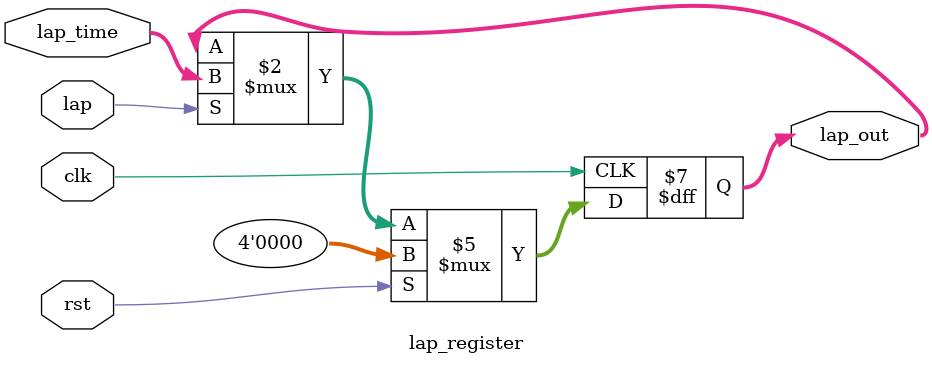
<source format=sv>
`timescale 1ns / 1ps


module lap_register( input logic clk, rst, lap, 
					input logic [3:0] lap_time,
					output logic [3:0] lap_out ); 

// This register will be in charge of holding the laptimes passed from the 
// dec_counters 

always_ff @(posedge clk)
// If the reset button is pressed we want to set the value of d to 0 
	if (rst) lap_out <= 4'd0; 

//Otherwise if the enable button is pressed, we want to set the output 
// d to its input value
	else if (lap) lap_out <= lap_time;

  endmodule


</source>
